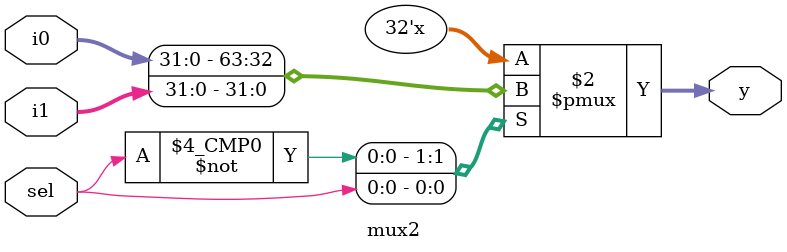
<source format=v>
module mux2 (i0, i1, sel, y);
  parameter [5:0] N = 32;
  input [N-1:0] i0, i1;
  input sel;
  output reg [N-1:0]  y;
  always @(*) begin
    case(sel)
      1'b0: y=i0;
      1'b1: y=i1;
    endcase
  end

endmodule

</source>
